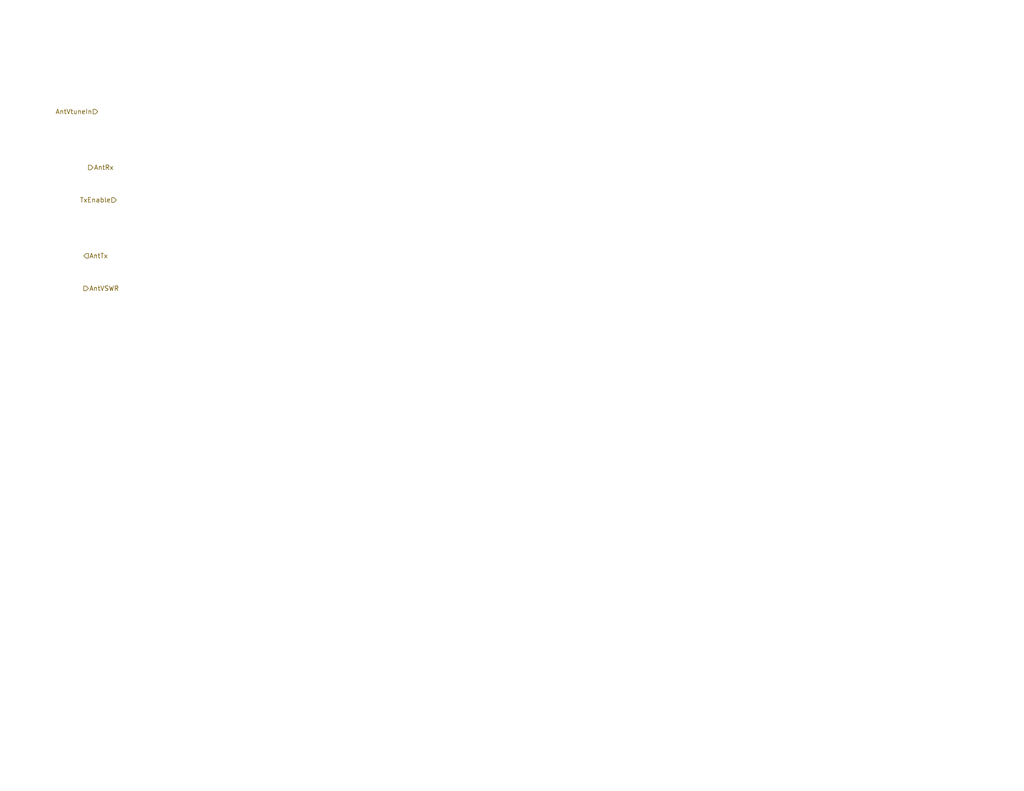
<source format=kicad_sch>
(kicad_sch
	(version 20250114)
	(generator "eeschema")
	(generator_version "9.0")
	(uuid "8dbaf92a-d78e-45bd-985c-169947901fa4")
	(paper "A")
	(title_block
		(title "Antenna Tuner, TR Relay")
		(date "2025-03-26")
		(company "SoftShack")
		(comment 1 "Alan Mimms")
		(comment 2 "WB7NAB")
	)
	(lib_symbols)
	(hierarchical_label "AntTx"
		(shape input)
		(at 22.86 69.85 0)
		(effects
			(font
				(size 1.27 1.27)
			)
			(justify left)
		)
		(uuid "0b44e372-3321-49bc-8cbb-084a743b3283")
	)
	(hierarchical_label "TxEnable"
		(shape input)
		(at 31.75 54.61 180)
		(effects
			(font
				(size 1.27 1.27)
			)
			(justify right)
		)
		(uuid "3217e3aa-0c3d-484e-bd32-c5d390ea4013")
	)
	(hierarchical_label "AntRx"
		(shape output)
		(at 24.13 45.72 0)
		(effects
			(font
				(size 1.27 1.27)
			)
			(justify left)
		)
		(uuid "5fb18d56-c406-46d2-9adf-f04ee43e93e6")
	)
	(hierarchical_label "AntVtuneIn"
		(shape input)
		(at 26.67 30.48 180)
		(effects
			(font
				(size 1.27 1.27)
			)
			(justify right)
		)
		(uuid "6667ad5b-82fb-497d-bac7-ba2bddb689b8")
	)
	(hierarchical_label "AntVSWR"
		(shape output)
		(at 22.86 78.74 0)
		(effects
			(font
				(size 1.27 1.27)
			)
			(justify left)
		)
		(uuid "c484e0a6-8275-403f-88c9-17d1683f25ab")
	)
)

</source>
